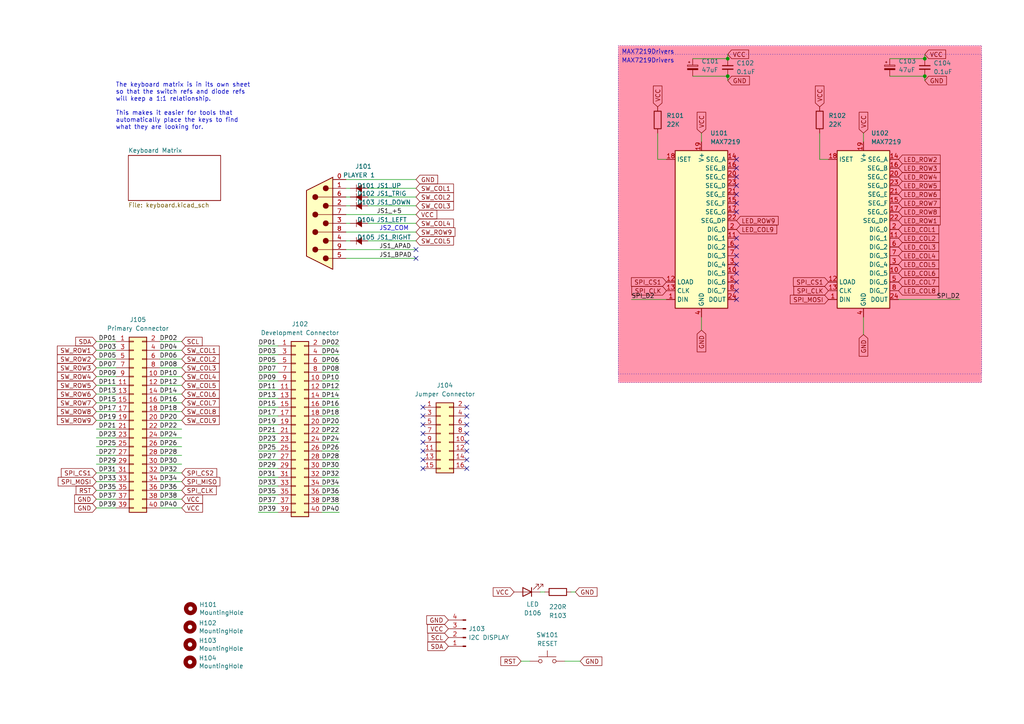
<source format=kicad_sch>
(kicad_sch (version 20230121) (generator eeschema)
  (paper "A4")
  (lib_symbols
    (symbol "Connector:Conn_01x04_Male" (pin_names (offset 1.016) hide)
      (property "Reference" "J" (at 0 5.08 0))
      (property "Value" "Conn_01x04_Male" (at 0 -7.62 0))
      (symbol "Conn_01x04_Male_1_1"
        (polyline (pts (xy 1.27 -5.08) (xy 0.8636 -5.08)) (stroke (width 0.1524)))
        (polyline (pts (xy 1.27 -2.54) (xy 0.8636 -2.54)) (stroke (width 0.1524)))
        (polyline (pts (xy 1.27 0) (xy 0.8636 0)) (stroke (width 0.1524)))
        (polyline (pts (xy 1.27 2.54) (xy 0.8636 2.54)) (stroke (width 0.1524)))
        (rectangle (start 0.8636 -4.953) (end 0 -5.207) (stroke (width 0.1524)) (fill (type outline)))
        (rectangle (start 0.8636 -2.413) (end 0 -2.667) (stroke (width 0.1524)) (fill (type outline)))
        (rectangle (start 0.8636 0.127) (end 0 -0.127) (stroke (width 0.1524)) (fill (type outline)))
        (rectangle (start 0.8636 2.667) (end 0 2.413) (stroke (width 0.1524)) (fill (type outline)))
        (pin passive line (at 5.08 2.54 180) (length 3.81) (name "Pin_1") (number "1"))
        (pin passive line (at 5.08 0 180) (length 3.81) (name "Pin_2") (number "2"))
        (pin passive line (at 5.08 -2.54 180) (length 3.81) (name "Pin_3") (number "3"))
        (pin passive line (at 5.08 -5.08 180) (length 3.81) (name "Pin_4") (number "4"))
      )
    )
    (symbol "Connector_Generic:Conn_02x08_Odd_Even" (pin_names (offset 1.016) hide)
      (property "Reference" "J" (at 1.27 10.16 0))
      (property "Value" "Conn_02x08_Odd_Even" (at 1.27 -12.7 0))
      (symbol "Conn_02x08_Odd_Even_1_1"
        (rectangle (start -1.27 -10.033) (end 0 -10.287) (stroke (width 0.1524)))
        (rectangle (start -1.27 -7.493) (end 0 -7.747) (stroke (width 0.1524)))
        (rectangle (start -1.27 -4.953) (end 0 -5.207) (stroke (width 0.1524)))
        (rectangle (start -1.27 -2.413) (end 0 -2.667) (stroke (width 0.1524)))
        (rectangle (start -1.27 0.127) (end 0 -0.127) (stroke (width 0.1524)))
        (rectangle (start -1.27 2.667) (end 0 2.413) (stroke (width 0.1524)))
        (rectangle (start -1.27 5.207) (end 0 4.953) (stroke (width 0.1524)))
        (rectangle (start -1.27 7.747) (end 0 7.493) (stroke (width 0.1524)))
        (rectangle (start -1.27 8.89) (end 3.81 -11.43) (stroke (width 0.254)) (fill (type background)))
        (rectangle (start 3.81 -10.033) (end 2.54 -10.287) (stroke (width 0.1524)))
        (rectangle (start 3.81 -7.493) (end 2.54 -7.747) (stroke (width 0.1524)))
        (rectangle (start 3.81 -4.953) (end 2.54 -5.207) (stroke (width 0.1524)))
        (rectangle (start 3.81 -2.413) (end 2.54 -2.667) (stroke (width 0.1524)))
        (rectangle (start 3.81 0.127) (end 2.54 -0.127) (stroke (width 0.1524)))
        (rectangle (start 3.81 2.667) (end 2.54 2.413) (stroke (width 0.1524)))
        (rectangle (start 3.81 5.207) (end 2.54 4.953) (stroke (width 0.1524)))
        (rectangle (start 3.81 7.747) (end 2.54 7.493) (stroke (width 0.1524)))
        (pin passive line (at -5.08 7.62 0) (length 3.81) (name "Pin_1") (number "1"))
        (pin passive line (at 7.62 -2.54 180) (length 3.81) (name "Pin_10") (number "10"))
        (pin passive line (at -5.08 -5.08 0) (length 3.81) (name "Pin_11") (number "11"))
        (pin passive line (at 7.62 -5.08 180) (length 3.81) (name "Pin_12") (number "12"))
        (pin passive line (at -5.08 -7.62 0) (length 3.81) (name "Pin_13") (number "13"))
        (pin passive line (at 7.62 -7.62 180) (length 3.81) (name "Pin_14") (number "14"))
        (pin passive line (at -5.08 -10.16 0) (length 3.81) (name "Pin_15") (number "15"))
        (pin passive line (at 7.62 -10.16 180) (length 3.81) (name "Pin_16") (number "16"))
        (pin passive line (at 7.62 7.62 180) (length 3.81) (name "Pin_2") (number "2"))
        (pin passive line (at -5.08 5.08 0) (length 3.81) (name "Pin_3") (number "3"))
        (pin passive line (at 7.62 5.08 180) (length 3.81) (name "Pin_4") (number "4"))
        (pin passive line (at -5.08 2.54 0) (length 3.81) (name "Pin_5") (number "5"))
        (pin passive line (at 7.62 2.54 180) (length 3.81) (name "Pin_6") (number "6"))
        (pin passive line (at -5.08 0 0) (length 3.81) (name "Pin_7") (number "7"))
        (pin passive line (at 7.62 0 180) (length 3.81) (name "Pin_8") (number "8"))
        (pin passive line (at -5.08 -2.54 0) (length 3.81) (name "Pin_9") (number "9"))
      )
    )
    (symbol "Connector_Generic:Conn_02x20_Odd_Even" (pin_names (offset 1.016) hide)
      (property "Reference" "J" (at 1.27 25.4 0))
      (property "Value" "Conn_02x20_Odd_Even" (at 1.27 -27.94 0))
      (symbol "Conn_02x20_Odd_Even_1_1"
        (rectangle (start -1.27 -25.273) (end 0 -25.527) (stroke (width 0.1524)))
        (rectangle (start -1.27 -22.733) (end 0 -22.987) (stroke (width 0.1524)))
        (rectangle (start -1.27 -20.193) (end 0 -20.447) (stroke (width 0.1524)))
        (rectangle (start -1.27 -17.653) (end 0 -17.907) (stroke (width 0.1524)))
        (rectangle (start -1.27 -15.113) (end 0 -15.367) (stroke (width 0.1524)))
        (rectangle (start -1.27 -12.573) (end 0 -12.827) (stroke (width 0.1524)))
        (rectangle (start -1.27 -10.033) (end 0 -10.287) (stroke (width 0.1524)))
        (rectangle (start -1.27 -7.493) (end 0 -7.747) (stroke (width 0.1524)))
        (rectangle (start -1.27 -4.953) (end 0 -5.207) (stroke (width 0.1524)))
        (rectangle (start -1.27 -2.413) (end 0 -2.667) (stroke (width 0.1524)))
        (rectangle (start -1.27 0.127) (end 0 -0.127) (stroke (width 0.1524)))
        (rectangle (start -1.27 2.667) (end 0 2.413) (stroke (width 0.1524)))
        (rectangle (start -1.27 5.207) (end 0 4.953) (stroke (width 0.1524)))
        (rectangle (start -1.27 7.747) (end 0 7.493) (stroke (width 0.1524)))
        (rectangle (start -1.27 10.287) (end 0 10.033) (stroke (width 0.1524)))
        (rectangle (start -1.27 12.827) (end 0 12.573) (stroke (width 0.1524)))
        (rectangle (start -1.27 15.367) (end 0 15.113) (stroke (width 0.1524)))
        (rectangle (start -1.27 17.907) (end 0 17.653) (stroke (width 0.1524)))
        (rectangle (start -1.27 20.447) (end 0 20.193) (stroke (width 0.1524)))
        (rectangle (start -1.27 22.987) (end 0 22.733) (stroke (width 0.1524)))
        (rectangle (start -1.27 24.13) (end 3.81 -26.67) (stroke (width 0.254)) (fill (type background)))
        (rectangle (start 3.81 -25.273) (end 2.54 -25.527) (stroke (width 0.1524)))
        (rectangle (start 3.81 -22.733) (end 2.54 -22.987) (stroke (width 0.1524)))
        (rectangle (start 3.81 -20.193) (end 2.54 -20.447) (stroke (width 0.1524)))
        (rectangle (start 3.81 -17.653) (end 2.54 -17.907) (stroke (width 0.1524)))
        (rectangle (start 3.81 -15.113) (end 2.54 -15.367) (stroke (width 0.1524)))
        (rectangle (start 3.81 -12.573) (end 2.54 -12.827) (stroke (width 0.1524)))
        (rectangle (start 3.81 -10.033) (end 2.54 -10.287) (stroke (width 0.1524)))
        (rectangle (start 3.81 -7.493) (end 2.54 -7.747) (stroke (width 0.1524)))
        (rectangle (start 3.81 -4.953) (end 2.54 -5.207) (stroke (width 0.1524)))
        (rectangle (start 3.81 -2.413) (end 2.54 -2.667) (stroke (width 0.1524)))
        (rectangle (start 3.81 0.127) (end 2.54 -0.127) (stroke (width 0.1524)))
        (rectangle (start 3.81 2.667) (end 2.54 2.413) (stroke (width 0.1524)))
        (rectangle (start 3.81 5.207) (end 2.54 4.953) (stroke (width 0.1524)))
        (rectangle (start 3.81 7.747) (end 2.54 7.493) (stroke (width 0.1524)))
        (rectangle (start 3.81 10.287) (end 2.54 10.033) (stroke (width 0.1524)))
        (rectangle (start 3.81 12.827) (end 2.54 12.573) (stroke (width 0.1524)))
        (rectangle (start 3.81 15.367) (end 2.54 15.113) (stroke (width 0.1524)))
        (rectangle (start 3.81 17.907) (end 2.54 17.653) (stroke (width 0.1524)))
        (rectangle (start 3.81 20.447) (end 2.54 20.193) (stroke (width 0.1524)))
        (rectangle (start 3.81 22.987) (end 2.54 22.733) (stroke (width 0.1524)))
        (pin passive line (at -5.08 22.86 0) (length 3.81) (name "Pin_1") (number "1"))
        (pin passive line (at 7.62 12.7 180) (length 3.81) (name "Pin_10") (number "10"))
        (pin passive line (at -5.08 10.16 0) (length 3.81) (name "Pin_11") (number "11"))
        (pin passive line (at 7.62 10.16 180) (length 3.81) (name "Pin_12") (number "12"))
        (pin passive line (at -5.08 7.62 0) (length 3.81) (name "Pin_13") (number "13"))
        (pin passive line (at 7.62 7.62 180) (length 3.81) (name "Pin_14") (number "14"))
        (pin passive line (at -5.08 5.08 0) (length 3.81) (name "Pin_15") (number "15"))
        (pin passive line (at 7.62 5.08 180) (length 3.81) (name "Pin_16") (number "16"))
        (pin passive line (at -5.08 2.54 0) (length 3.81) (name "Pin_17") (number "17"))
        (pin passive line (at 7.62 2.54 180) (length 3.81) (name "Pin_18") (number "18"))
        (pin passive line (at -5.08 0 0) (length 3.81) (name "Pin_19") (number "19"))
        (pin passive line (at 7.62 22.86 180) (length 3.81) (name "Pin_2") (number "2"))
        (pin passive line (at 7.62 0 180) (length 3.81) (name "Pin_20") (number "20"))
        (pin passive line (at -5.08 -2.54 0) (length 3.81) (name "Pin_21") (number "21"))
        (pin passive line (at 7.62 -2.54 180) (length 3.81) (name "Pin_22") (number "22"))
        (pin passive line (at -5.08 -5.08 0) (length 3.81) (name "Pin_23") (number "23"))
        (pin passive line (at 7.62 -5.08 180) (length 3.81) (name "Pin_24") (number "24"))
        (pin passive line (at -5.08 -7.62 0) (length 3.81) (name "Pin_25") (number "25"))
        (pin passive line (at 7.62 -7.62 180) (length 3.81) (name "Pin_26") (number "26"))
        (pin passive line (at -5.08 -10.16 0) (length 3.81) (name "Pin_27") (number "27"))
        (pin passive line (at 7.62 -10.16 180) (length 3.81) (name "Pin_28") (number "28"))
        (pin passive line (at -5.08 -12.7 0) (length 3.81) (name "Pin_29") (number "29"))
        (pin passive line (at -5.08 20.32 0) (length 3.81) (name "Pin_3") (number "3"))
        (pin passive line (at 7.62 -12.7 180) (length 3.81) (name "Pin_30") (number "30"))
        (pin passive line (at -5.08 -15.24 0) (length 3.81) (name "Pin_31") (number "31"))
        (pin passive line (at 7.62 -15.24 180) (length 3.81) (name "Pin_32") (number "32"))
        (pin passive line (at -5.08 -17.78 0) (length 3.81) (name "Pin_33") (number "33"))
        (pin passive line (at 7.62 -17.78 180) (length 3.81) (name "Pin_34") (number "34"))
        (pin passive line (at -5.08 -20.32 0) (length 3.81) (name "Pin_35") (number "35"))
        (pin passive line (at 7.62 -20.32 180) (length 3.81) (name "Pin_36") (number "36"))
        (pin passive line (at -5.08 -22.86 0) (length 3.81) (name "Pin_37") (number "37"))
        (pin passive line (at 7.62 -22.86 180) (length 3.81) (name "Pin_38") (number "38"))
        (pin passive line (at -5.08 -25.4 0) (length 3.81) (name "Pin_39") (number "39"))
        (pin passive line (at 7.62 20.32 180) (length 3.81) (name "Pin_4") (number "4"))
        (pin passive line (at 7.62 -25.4 180) (length 3.81) (name "Pin_40") (number "40"))
        (pin passive line (at -5.08 17.78 0) (length 3.81) (name "Pin_5") (number "5"))
        (pin passive line (at 7.62 17.78 180) (length 3.81) (name "Pin_6") (number "6"))
        (pin passive line (at -5.08 15.24 0) (length 3.81) (name "Pin_7") (number "7"))
        (pin passive line (at 7.62 15.24 180) (length 3.81) (name "Pin_8") (number "8"))
        (pin passive line (at -5.08 12.7 0) (length 3.81) (name "Pin_9") (number "9"))
      )
    )
    (symbol "Device:C_Polarized_Small" (pin_numbers hide) (pin_names (offset 0.254) hide)
      (property "Reference" "C" (at 0.254 1.778 0))
      (property "Value" "C_Polarized_Small" (at 0.254 -2.032 0))
      (symbol "C_Polarized_Small_0_1"
        (rectangle (start -1.524 -0.3048) (end 1.524 -0.6858) (fill (type outline)))
        (rectangle (start -1.524 0.6858) (end 1.524 0.3048))
        (polyline (pts (xy -1.27 1.524) (xy -0.762 1.524)))
        (polyline (pts (xy -1.016 1.27) (xy -1.016 1.778)))
      )
      (symbol "C_Polarized_Small_1_1"
        (pin passive line (at 0 2.54 270) (length 1.8542) (name "~") (number "1"))
        (pin passive line (at 0 -2.54 90) (length 1.8542) (name "~") (number "2"))
      )
    )
    (symbol "Device:C_Small" (pin_numbers hide) (pin_names (offset 0.254) hide)
      (property "Reference" "C" (at 0.254 1.778 0))
      (property "Value" "C_Small" (at 0.254 -2.032 0))
      (symbol "C_Small_0_1"
        (polyline (pts (xy -1.524 -0.508) (xy 1.524 -0.508)) (stroke (width 0.3302)))
        (polyline (pts (xy -1.524 0.508) (xy 1.524 0.508)) (stroke (width 0.3048)))
      )
      (symbol "C_Small_1_1"
        (pin passive line (at 0 2.54 270) (length 2.032) (name "~") (number "1"))
        (pin passive line (at 0 -2.54 90) (length 2.032) (name "~") (number "2"))
      )
    )
    (symbol "Device:LED" (pin_numbers hide) (pin_names (offset 1.016) hide)
      (property "Reference" "D" (at 0 2.54 0))
      (property "Value" "LED" (at 0 -2.54 0))
      (symbol "LED_0_1"
        (polyline (pts (xy -1.27 -1.27) (xy -1.27 1.27)) (stroke (width 0.254)))
        (polyline (pts (xy -1.27 0) (xy 1.27 0)))
        (polyline (pts (xy 1.27 -1.27) (xy 1.27 1.27) (xy -1.27 0) (xy 1.27 -1.27)) (stroke (width 0.254)))
        (polyline (pts (xy -3.048 -0.762) (xy -4.572 -2.286) (xy -3.81 -2.286) (xy -4.572 -2.286) (xy -4.572 -1.524)))
        (polyline (pts (xy -1.778 -0.762) (xy -3.302 -2.286) (xy -2.54 -2.286) (xy -3.302 -2.286) (xy -3.302 -1.524)))
      )
      (symbol "LED_1_1"
        (pin passive line (at -3.81 0 0) (length 2.54) (name "K") (number "1"))
        (pin passive line (at 3.81 0 180) (length 2.54) (name "A") (number "2"))
      )
    )
    (symbol "Device:R" (pin_numbers hide) (pin_names (offset 0))
      (property "Reference" "R" (at 2.032 0 90))
      (property "Value" "R" (at 0 0 90))
      (symbol "R_0_1"
        (rectangle (start -1.016 -2.54) (end 1.016 2.54) (stroke (width 0.254)))
      )
      (symbol "R_1_1"
        (pin passive line (at 0 3.81 270) (length 1.27) (name "~") (number "1"))
        (pin passive line (at 0 -3.81 90) (length 1.27) (name "~") (number "2"))
      )
    )
    (symbol "Driver_LED:MAX7219"
      (property "Reference" "U" (at -6.35 24.13 0))
      (property "Value" "MAX7219" (at 1.27 25.4 0))
      (symbol "MAX7219_0_1"
        (rectangle (start -7.62 22.86) (end 7.62 -22.86) (stroke (width 0.254)) (fill (type background)))
      )
      (symbol "MAX7219_1_1"
        (pin input line (at -10.16 -20.32 0) (length 2.54) (name "DIN") (number "1"))
        (pin output line (at 10.16 -12.7 180) (length 2.54) (name "DIG_5") (number "10"))
        (pin output line (at 10.16 -2.54 180) (length 2.54) (name "DIG_1") (number "11"))
        (pin input line (at -10.16 -15.24 0) (length 2.54) (name "LOAD") (number "12"))
        (pin input line (at -10.16 -17.78 0) (length 2.54) (name "CLK") (number "13"))
        (pin output line (at 10.16 20.32 180) (length 2.54) (name "SEG_A") (number "14"))
        (pin output line (at 10.16 7.62 180) (length 2.54) (name "SEG_F") (number "15"))
        (pin output line (at 10.16 17.78 180) (length 2.54) (name "SEG_B") (number "16"))
        (pin output line (at 10.16 5.08 180) (length 2.54) (name "SEG_G") (number "17"))
        (pin input line (at -10.16 20.32 0) (length 2.54) (name "ISET") (number "18"))
        (pin power_in line (at 0 25.4 270) (length 2.54) (name "V+") (number "19"))
        (pin output line (at 10.16 0 180) (length 2.54) (name "DIG_0") (number "2"))
        (pin output line (at 10.16 15.24 180) (length 2.54) (name "SEG_C") (number "20"))
        (pin output line (at 10.16 10.16 180) (length 2.54) (name "SEG_E") (number "21"))
        (pin output line (at 10.16 2.54 180) (length 2.54) (name "SEG_DP") (number "22"))
        (pin output line (at 10.16 12.7 180) (length 2.54) (name "SEG_D") (number "23"))
        (pin output line (at 10.16 -20.32 180) (length 2.54) (name "DOUT") (number "24"))
        (pin output line (at 10.16 -10.16 180) (length 2.54) (name "DIG_4") (number "3"))
        (pin power_in line (at 0 -25.4 90) (length 2.54) (name "GND") (number "4"))
        (pin output line (at 10.16 -15.24 180) (length 2.54) (name "DIG_6") (number "5"))
        (pin output line (at 10.16 -5.08 180) (length 2.54) (name "DIG_2") (number "6"))
        (pin output line (at 10.16 -7.62 180) (length 2.54) (name "DIG_3") (number "7"))
        (pin output line (at 10.16 -17.78 180) (length 2.54) (name "DIG_7") (number "8"))
        (pin passive line (at 0 -25.4 90) (length 2.54) hide (name "GND") (number "9"))
      )
    )
    (symbol "Mechanical:MountingHole" (pin_names (offset 1.016))
      (property "Reference" "H" (at 0 5.08 0))
      (property "Value" "MountingHole" (at 0 3.175 0))
      (symbol "MountingHole_0_1"
        (circle (center 0 0) (radius 1.27) (stroke (width 1.27)))
      )
    )
    (symbol "Switch:SW_Push" (pin_numbers hide) (pin_names (offset 1.016) hide)
      (property "Reference" "SW" (at 1.27 2.54 0))
      (property "Value" "SW_Push" (at 0 -1.524 0))
      (symbol "SW_Push_0_1"
        (circle (center -2.032 0) (radius 0.508))
        (polyline (pts (xy 0 1.27) (xy 0 3.048)))
        (polyline (pts (xy 2.54 1.27) (xy -2.54 1.27)))
        (circle (center 2.032 0) (radius 0.508))
        (pin passive line (at -5.08 0 0) (length 2.54) (name "1") (number "1"))
        (pin passive line (at 5.08 0 180) (length 2.54) (name "2") (number "2"))
      )
    )
    (symbol "atari-keyboard-rescue:D_Small_ALT-Device" (pin_numbers hide) (pin_names (offset 0.254) hide)
      (property "Reference" "D" (at -1.27 2.032 0))
      (property "Value" "D_Small_ALT-Device" (at -3.81 -2.032 0))
      (symbol "D_Small_ALT-Device_0_1"
        (polyline (pts (xy -0.762 -1.016) (xy -0.762 1.016)))
        (polyline (pts (xy -0.762 0) (xy 0.762 0)))
        (polyline (pts (xy 0.762 -1.016) (xy -0.762 0) (xy 0.762 1.016) (xy 0.762 -1.016)) (fill (type outline)))
      )
      (symbol "D_Small_ALT-Device_1_1"
        (pin passive line (at -2.54 0 0) (length 1.778) (name "K") (number "1"))
        (pin passive line (at 2.54 0 180) (length 1.778) (name "A") (number "2"))
      )
    )
    (symbol "jsconnector:DB9_Male" (pin_names (offset 1.016) hide)
      (property "Reference" "J" (at 0 13.97 0))
      (property "Value" "DB9_Male" (at 0 -14.605 0))
      (symbol "DB9_Male_0_1"
        (circle (center -1.778 -10.16) (radius 0.762) (fill (type outline)))
        (circle (center -1.778 -5.08) (radius 0.762) (fill (type outline)))
        (circle (center -1.778 0) (radius 0.762) (fill (type outline)))
        (circle (center -1.778 5.08) (radius 0.762) (fill (type outline)))
        (circle (center -1.778 10.16) (radius 0.762) (fill (type outline)))
        (polyline (pts (xy -3.81 -10.16) (xy -2.54 -10.16)))
        (polyline (pts (xy -3.81 -7.62) (xy 0.508 -7.62)))
        (polyline (pts (xy -3.81 -5.08) (xy -2.54 -5.08)))
        (polyline (pts (xy -3.81 -2.54) (xy 0.508 -2.54)))
        (polyline (pts (xy -3.81 0) (xy -2.54 0)))
        (polyline (pts (xy -3.81 2.54) (xy 0.508 2.54)))
        (polyline (pts (xy -3.81 5.08) (xy -2.54 5.08)))
        (polyline (pts (xy -3.81 7.62) (xy 0.508 7.62)))
        (polyline (pts (xy -3.81 10.16) (xy -2.54 10.16)))
        (polyline (pts (xy -3.81 -13.335) (xy -3.81 13.335) (xy 3.81 9.525) (xy 3.81 -9.525) (xy -3.81 -13.335)) (stroke (width 0.254)) (fill (type background)))
        (circle (center 1.27 -7.62) (radius 0.762) (fill (type outline)))
        (circle (center 1.27 -2.54) (radius 0.762) (fill (type outline)))
        (circle (center 1.27 2.54) (radius 0.762) (fill (type outline)))
        (circle (center 1.27 7.62) (radius 0.762) (fill (type outline)))
      )
      (symbol "DB9_Male_1_1"
        (pin passive line (at -7.62 -12.7 0) (length 3.81) (name "GND") (number "0"))
        (pin passive line (at -7.62 -10.16 0) (length 3.81) (name "1") (number "1"))
        (pin passive line (at -7.62 -5.08 0) (length 3.81) (name "2") (number "2"))
        (pin passive line (at -7.62 0 0) (length 3.81) (name "3") (number "3"))
        (pin passive line (at -7.62 5.08 0) (length 3.81) (name "4") (number "4"))
        (pin passive line (at -7.62 10.16 0) (length 3.81) (name "5") (number "5"))
        (pin passive line (at -7.62 -7.62 0) (length 3.81) (name "6") (number "6"))
        (pin passive line (at -7.62 -2.54 0) (length 3.81) (name "7") (number "7"))
        (pin passive line (at -7.62 2.54 0) (length 3.81) (name "8") (number "8"))
        (pin passive line (at -7.62 7.62 0) (length 3.81) (name "9") (number "9"))
      )
    )
  )
  (junction (at 268.224 22.098))
  (junction (at 211.074 22.098))
  (junction (at 211.074 17.018))
  (junction (at 268.224 17.018))
  (no_connect (at 122.682 128.27))
  (no_connect (at 135.382 135.89))
  (no_connect (at 213.614 74.168))
  (no_connect (at 122.682 133.35))
  (no_connect (at 213.614 86.868))
  (no_connect (at 120.65 74.93))
  (no_connect (at 122.682 123.19))
  (no_connect (at 120.65 72.39))
  (no_connect (at 135.382 120.65))
  (no_connect (at 213.614 69.088))
  (no_connect (at 213.614 53.848))
  (no_connect (at 122.682 135.89))
  (no_connect (at 213.614 79.248))
  (no_connect (at 213.614 56.388))
  (no_connect (at 135.382 125.73))
  (no_connect (at 135.382 133.35))
  (no_connect (at 135.382 130.81))
  (no_connect (at 213.614 81.788))
  (no_connect (at 122.682 120.65))
  (no_connect (at 213.614 46.228))
  (no_connect (at 135.382 128.27))
  (no_connect (at 213.614 51.308))
  (no_connect (at 135.382 118.11))
  (no_connect (at 213.614 48.768))
  (no_connect (at 122.682 125.73))
  (no_connect (at 213.614 61.468))
  (no_connect (at 213.614 58.928))
  (no_connect (at 213.614 71.628))
  (no_connect (at 213.614 84.328))
  (no_connect (at 213.614 76.708))
  (no_connect (at 122.682 118.11))
  (no_connect (at 135.382 123.19))
  (no_connect (at 122.682 130.81))
  (wire (pts (xy 100.33 57.15) (xy 101.6 57.15)))
  (wire (pts (xy 46.355 116.84) (xy 52.705 116.84)))
  (wire (pts (xy 93.345 123.19) (xy 98.425 123.19)))
  (wire (pts (xy 93.345 125.73) (xy 98.425 125.73)))
  (wire (pts (xy 93.345 148.59) (xy 98.425 148.59)))
  (wire (pts (xy 93.345 120.65) (xy 98.425 120.65)))
  (wire (pts (xy 27.94 104.14) (xy 33.655 104.14)))
  (wire (pts (xy 46.355 132.08) (xy 52.705 132.08)))
  (wire (pts (xy 93.345 110.49) (xy 98.425 110.49)))
  (wire (pts (xy 237.744 38.608) (xy 237.744 46.228)))
  (wire (pts (xy 93.345 133.35) (xy 98.425 133.35)))
  (wire (pts (xy 250.444 91.948) (xy 250.444 97.028)))
  (wire (pts (xy 93.345 105.41) (xy 98.425 105.41)))
  (wire (pts (xy 93.345 102.87) (xy 98.425 102.87)))
  (wire (pts (xy 74.93 123.19) (xy 80.645 123.19)))
  (wire (pts (xy 211.074 22.098) (xy 211.074 23.368)))
  (wire (pts (xy 74.93 133.35) (xy 80.645 133.35)))
  (wire (pts (xy 106.68 54.61) (xy 120.65 54.61)))
  (wire (pts (xy 240.284 46.228) (xy 237.744 46.228)))
  (wire (pts (xy 74.93 140.97) (xy 80.645 140.97)))
  (wire (pts (xy 74.93 105.41) (xy 80.645 105.41)))
  (wire (pts (xy 27.94 124.46) (xy 33.655 124.46)))
  (wire (pts (xy 93.345 143.51) (xy 98.425 143.51)))
  (wire (pts (xy 93.345 128.27) (xy 98.425 128.27)))
  (wire (pts (xy 106.68 57.15) (xy 120.65 57.15)))
  (wire (pts (xy 46.355 144.78) (xy 52.705 144.78)))
  (wire (pts (xy 156.718 171.704) (xy 157.988 171.704)))
  (wire (pts (xy 203.454 91.948) (xy 203.454 95.758)))
  (wire (pts (xy 46.355 99.06) (xy 52.705 99.06)))
  (wire (pts (xy 268.224 22.098) (xy 268.224 23.368)))
  (wire (pts (xy 27.94 137.16) (xy 33.655 137.16)))
  (wire (pts (xy 100.33 74.93) (xy 120.65 74.93)))
  (wire (pts (xy 27.94 139.7) (xy 33.655 139.7)))
  (wire (pts (xy 74.93 146.05) (xy 80.645 146.05)))
  (wire (pts (xy 46.355 139.7) (xy 52.705 139.7)))
  (wire (pts (xy 268.224 15.748) (xy 268.224 17.018)))
  (wire (pts (xy 46.355 147.32) (xy 52.705 147.32)))
  (wire (pts (xy 74.93 120.65) (xy 80.645 120.65)))
  (wire (pts (xy 46.355 101.6) (xy 52.705 101.6)))
  (wire (pts (xy 258.064 17.018) (xy 268.224 17.018)))
  (wire (pts (xy 27.94 121.92) (xy 33.655 121.92)))
  (wire (pts (xy 46.355 104.14) (xy 52.705 104.14)))
  (wire (pts (xy 93.345 146.05) (xy 98.425 146.05)))
  (wire (pts (xy 93.345 140.97) (xy 98.425 140.97)))
  (wire (pts (xy 190.754 38.608) (xy 190.754 46.228)))
  (wire (pts (xy 100.33 67.31) (xy 120.65 67.31)))
  (wire (pts (xy 27.94 147.32) (xy 33.655 147.32)))
  (wire (pts (xy 27.94 127) (xy 33.655 127)))
  (wire (pts (xy 93.345 135.89) (xy 98.425 135.89)))
  (wire (pts (xy 74.93 138.43) (xy 80.645 138.43)))
  (wire (pts (xy 106.68 64.77) (xy 120.65 64.77)))
  (wire (pts (xy 93.345 130.81) (xy 98.425 130.81)))
  (wire (pts (xy 27.94 114.3) (xy 33.655 114.3)))
  (wire (pts (xy 74.93 100.33) (xy 80.645 100.33)))
  (wire (pts (xy 260.604 86.868) (xy 278.384 86.868)))
  (wire (pts (xy 46.355 119.38) (xy 52.705 119.38)))
  (wire (pts (xy 74.93 113.03) (xy 80.645 113.03)))
  (wire (pts (xy 151.13 191.77) (xy 153.67 191.77)))
  (wire (pts (xy 27.94 129.54) (xy 33.655 129.54)))
  (wire (pts (xy 46.355 134.62) (xy 52.705 134.62)))
  (wire (pts (xy 46.355 111.76) (xy 52.705 111.76)))
  (wire (pts (xy 46.355 129.54) (xy 52.705 129.54)))
  (wire (pts (xy 100.33 59.69) (xy 101.6 59.69)))
  (wire (pts (xy 93.345 100.33) (xy 98.425 100.33)))
  (wire (pts (xy 46.355 142.24) (xy 52.705 142.24)))
  (wire (pts (xy 74.93 102.87) (xy 80.645 102.87)))
  (wire (pts (xy 74.93 118.11) (xy 80.645 118.11)))
  (wire (pts (xy 200.914 22.098) (xy 211.074 22.098)))
  (wire (pts (xy 106.68 59.69) (xy 120.65 59.69)))
  (wire (pts (xy 27.94 109.22) (xy 33.655 109.22)))
  (wire (pts (xy 74.93 135.89) (xy 80.645 135.89)))
  (wire (pts (xy 163.83 191.77) (xy 168.275 191.77)))
  (wire (pts (xy 46.355 114.3) (xy 52.705 114.3)))
  (wire (pts (xy 27.94 101.6) (xy 33.655 101.6)))
  (wire (pts (xy 74.93 115.57) (xy 80.645 115.57)))
  (wire (pts (xy 46.355 124.46) (xy 52.705 124.46)))
  (wire (pts (xy 100.33 54.61) (xy 101.6 54.61)))
  (wire (pts (xy 258.064 22.098) (xy 268.224 22.098)))
  (wire (pts (xy 100.33 72.39) (xy 120.65 72.39)))
  (wire (pts (xy 27.94 116.84) (xy 33.655 116.84)))
  (wire (pts (xy 93.345 118.11) (xy 98.425 118.11)))
  (wire (pts (xy 46.355 109.22) (xy 52.705 109.22)))
  (wire (pts (xy 27.94 106.68) (xy 33.655 106.68)))
  (wire (pts (xy 100.33 52.07) (xy 120.65 52.07)))
  (wire (pts (xy 27.94 119.38) (xy 33.655 119.38)))
  (wire (pts (xy 200.914 17.018) (xy 211.074 17.018)))
  (wire (pts (xy 46.355 121.92) (xy 52.705 121.92)))
  (wire (pts (xy 211.074 15.748) (xy 211.074 17.018)))
  (wire (pts (xy 74.93 143.51) (xy 80.645 143.51)))
  (wire (pts (xy 74.93 128.27) (xy 80.645 128.27)))
  (wire (pts (xy 74.93 148.59) (xy 80.645 148.59)))
  (wire (pts (xy 74.93 125.73) (xy 80.645 125.73)))
  (wire (pts (xy 100.33 62.23) (xy 120.65 62.23)))
  (wire (pts (xy 27.94 134.62) (xy 33.655 134.62)))
  (wire (pts (xy 250.444 38.608) (xy 250.444 41.148)))
  (wire (pts (xy 93.345 115.57) (xy 98.425 115.57)))
  (wire (pts (xy 27.94 142.24) (xy 33.655 142.24)))
  (wire (pts (xy 93.345 138.43) (xy 98.425 138.43)))
  (wire (pts (xy 100.33 69.85) (xy 101.6 69.85)))
  (wire (pts (xy 106.68 69.85) (xy 120.65 69.85)))
  (wire (pts (xy 100.33 64.77) (xy 101.6 64.77)))
  (wire (pts (xy 27.94 111.76) (xy 33.655 111.76)))
  (wire (pts (xy 203.454 38.608) (xy 203.454 41.148)))
  (wire (pts (xy 74.93 107.95) (xy 80.645 107.95)))
  (wire (pts (xy 27.94 132.08) (xy 33.655 132.08)))
  (wire (pts (xy 93.345 107.95) (xy 98.425 107.95)))
  (wire (pts (xy 46.355 127) (xy 52.705 127)))
  (wire (pts (xy 46.355 106.68) (xy 52.705 106.68)))
  (wire (pts (xy 183.134 86.868) (xy 193.294 86.868)))
  (wire (pts (xy 27.94 99.06) (xy 33.655 99.06)))
  (wire (pts (xy 193.294 46.228) (xy 190.754 46.228)))
  (wire (pts (xy 74.93 130.81) (xy 80.645 130.81)))
  (wire (pts (xy 46.355 137.16) (xy 52.705 137.16)))
  (wire (pts (xy 93.345 113.03) (xy 98.425 113.03)))
  (wire (pts (xy 27.94 144.78) (xy 33.655 144.78)))
  (wire (pts (xy 74.93 110.49) (xy 80.645 110.49)))
  (wire (pts (xy 165.608 171.704) (xy 166.878 171.704)))
  (text_box "MAX7219Drivers" (at 179.324 13.208 0) (size 105.41 95.25) (stroke (width 0) (type dot)) (fill (type color) (color 255 149 172 1)) (effects (font (size 1.27 1.27)) (justify left top)))
  (text_box "MAX7219Drivers" (at 179.324 15.748 0) (size 105.41 95.25) (stroke (width 0) (type dot)) (fill (type color) (color 255 149 172 1)) (effects (font (size 1.27 1.27)) (justify left top)))
  (text "JS2_COM" (at 109.982 67.056 0) (effects (font (size 1.27 1.27)) (justify left bottom)))
  (text "The keyboard matrix is in its own sheet\nso that the switch refs and diode refs\nwill keep a 1:1 relationship.\n\nThis makes it easier for tools that\nautomatically place the keys to find \nwhat they are looking for." (at 33.528 37.719 0) (effects (font (size 1.27 1.27)) (justify left bottom)))
  (label "DP29" (at 28.575 134.62 0))
  (label "JS1_APAD" (at 109.982 72.39 0))
  (label "DP24" (at 51.435 127 180))
  (label "DP27" (at 28.575 132.08 0))
  (label "DP37" (at 28.575 144.78 0))
  (label "DP02" (at 98.425 100.33 180))
  (label "DP04" (at 51.435 101.6 180))
  (label "DP33" (at 28.575 139.7 0))
  (label "DP16" (at 98.425 118.11 180))
  (label "DP08" (at 51.435 106.68 180))
  (label "DP13" (at 28.575 114.3 0))
  (label "DP35" (at 74.93 143.51 0))
  (label "DP07" (at 28.575 106.68 0))
  (label "DP25" (at 28.575 129.54 0))
  (label "DP31" (at 74.93 138.43 0))
  (label "DP09" (at 28.575 109.22 0))
  (label "DP18" (at 98.425 120.65 180))
  (label "DP29" (at 74.93 135.89 0))
  (label "DP12" (at 51.435 111.76 180))
  (label "DP02" (at 51.435 99.06 180))
  (label "DP06" (at 51.435 104.14 180))
  (label "DP11" (at 74.93 113.03 0))
  (label "DP15" (at 28.575 116.84 0))
  (label "DP12" (at 98.425 113.03 180))
  (label "DP37" (at 74.93 146.05 0))
  (label "DP14" (at 51.435 114.3 180))
  (label "DP26" (at 51.435 129.54 180))
  (label "DP38" (at 98.425 146.05 180))
  (label "DP24" (at 98.425 128.27 180))
  (label "DP26" (at 98.425 130.81 180))
  (label "DP27" (at 74.93 133.35 0))
  (label "DP07" (at 74.93 107.95 0))
  (label "DP18" (at 51.435 119.38 180))
  (label "DP22" (at 98.425 125.73 180))
  (label "DP03" (at 28.575 101.6 0))
  (label "DP10" (at 51.435 109.22 180))
  (label "DP30" (at 51.435 134.62 180))
  (label "DP04" (at 98.425 102.87 180))
  (label "DP09" (at 74.93 110.49 0))
  (label "DP39" (at 74.93 148.59 0))
  (label "DP34" (at 98.425 140.97 180))
  (label "DP16" (at 51.435 116.84 180))
  (label "DP20" (at 51.435 121.92 180))
  (label "DP21" (at 74.93 125.73 0))
  (label "DP17" (at 74.93 120.65 0))
  (label "DP39" (at 28.575 147.32 0))
  (label "DP08" (at 98.425 107.95 180))
  (label "DP19" (at 74.93 123.19 0))
  (label "DP23" (at 74.93 128.27 0))
  (label "DP35" (at 28.575 142.24 0))
  (label "DP22" (at 51.435 124.46 180))
  (label "DP20" (at 98.425 123.19 180))
  (label "DP32" (at 98.425 138.43 180))
  (label "DP01" (at 74.93 100.33 0))
  (label "DP17" (at 28.575 119.38 0))
  (label "DP13" (at 74.93 115.57 0))
  (label "DP30" (at 98.425 135.89 180))
  (label "DP40" (at 98.425 148.59 180))
  (label "SPI_D2" (at 183.134 86.868 0))
  (label "DP05" (at 74.93 105.41 0))
  (label "DP38" (at 51.435 144.78 180))
  (label "DP36" (at 98.425 143.51 180))
  (label "DP34" (at 51.435 139.7 180))
  (label "DP15" (at 74.93 118.11 0))
  (label "DP23" (at 28.575 127 0))
  (label "DP25" (at 74.93 130.81 0))
  (label "DP28" (at 98.425 133.35 180))
  (label "DP14" (at 98.425 115.57 180))
  (label "DP32" (at 51.435 137.16 180))
  (label "DP21" (at 28.575 124.46 0))
  (label "DP28" (at 51.435 132.08 180))
  (label "DP19" (at 28.575 121.92 0))
  (label "DP11" (at 28.575 111.76 0))
  (label "DP36" (at 51.435 142.24 180))
  (label "DP31" (at 28.575 137.16 0))
  (label "SPI_D2" (at 278.384 86.868 180))
  (label "DP05" (at 28.575 104.14 0))
  (label "JS1_+5" (at 109.22 62.23 0))
  (label "DP01" (at 28.575 99.06 0))
  (label "JS1_BPAD" (at 109.982 74.93 0))
  (label "DP06" (at 98.425 105.41 180))
  (label "DP40" (at 51.435 147.32 180))
  (label "DP10" (at 98.425 110.49 180))
  (label "DP33" (at 74.93 140.97 0))
  (label "DP03" (at 74.93 102.87 0))
  (global_label "SW_ROW5" (shape input) (at 27.94 111.76 180) (property "Intersheetrefs" "${INTERSHEET_REFS}" (effects hide)))
  (global_label "LED_COL4" (shape input) (at 260.604 74.168 0) (property "Intersheetrefs" "${INTERSHEET_REFS}" (effects hide)))
  (global_label "SW_ROW8" (shape input) (at 27.94 119.38 180) (property "Intersheetrefs" "${INTERSHEET_REFS}" (effects hide)))
  (global_label "LED_ROW3" (shape input) (at 260.604 48.768 0) (property "Intersheetrefs" "${INTERSHEET_REFS}" (effects hide)))
  (global_label "SPI_CLK" (shape input) (at 240.284 84.328 180) (property "Intersheetrefs" "${INTERSHEET_REFS}" (effects hide)))
  (global_label "LED_ROW6" (shape input) (at 260.604 56.388 0) (property "Intersheetrefs" "${INTERSHEET_REFS}" (effects hide)))
  (global_label "SPI_CS1" (shape input) (at 193.294 81.788 180) (property "Intersheetrefs" "${INTERSHEET_REFS}" (effects hide)))
  (global_label "GND" (shape input) (at 268.224 23.368 0) (property "Intersheetrefs" "${INTERSHEET_REFS}" (effects hide)))
  (global_label "VCC" (shape input) (at 120.65 62.23 0) (property "Intersheetrefs" "${INTERSHEET_REFS}" (effects hide)))
  (global_label "GND" (shape input) (at 27.94 144.78 180) (property "Intersheetrefs" "${INTERSHEET_REFS}" (effects hide)))
  (global_label "SW_ROW7" (shape input) (at 27.94 116.84 180) (property "Intersheetrefs" "${INTERSHEET_REFS}" (effects hide)))
  (global_label "GND" (shape input) (at 130.048 179.832 180) (property "Intersheetrefs" "${INTERSHEET_REFS}" (effects hide)))
  (global_label "SPI_CS1" (shape input) (at 27.94 137.16 180) (property "Intersheetrefs" "${INTERSHEET_REFS}" (effects hide)))
  (global_label "LED_ROW9" (shape input) (at 213.614 64.008 0) (property "Intersheetrefs" "${INTERSHEET_REFS}" (effects hide)))
  (global_label "VCC" (shape input) (at 52.705 144.78 0) (property "Intersheetrefs" "${INTERSHEET_REFS}" (effects hide)))
  (global_label "VCC" (shape input) (at 268.224 15.748 0) (property "Intersheetrefs" "${INTERSHEET_REFS}" (effects hide)))
  (global_label "VCC" (shape input) (at 211.074 15.748 0) (property "Intersheetrefs" "${INTERSHEET_REFS}" (effects hide)))
  (global_label "SW_COL1" (shape input) (at 120.65 54.61 0) (property "Intersheetrefs" "${INTERSHEET_REFS}" (effects hide)))
  (global_label "SCL" (shape input) (at 130.048 184.912 180) (property "Intersheetrefs" "${INTERSHEET_REFS}" (effects hide)))
  (global_label "SW_COL9" (shape input) (at 52.705 121.92 0) (property "Intersheetrefs" "${INTERSHEET_REFS}" (effects hide)))
  (global_label "SPI_CLK" (shape input) (at 193.294 84.328 180) (property "Intersheetrefs" "${INTERSHEET_REFS}" (effects hide)))
  (global_label "VCC" (shape input) (at 52.705 147.32 0) (property "Intersheetrefs" "${INTERSHEET_REFS}" (effects hide)))
  (global_label "SPI_MOSI" (shape input) (at 27.94 139.7 180) (property "Intersheetrefs" "${INTERSHEET_REFS}" (effects hide)))
  (global_label "SW_ROW1" (shape input) (at 27.94 101.6 180) (property "Intersheetrefs" "${INTERSHEET_REFS}" (effects hide)))
  (global_label "LED_COL1" (shape input) (at 260.604 66.548 0) (property "Intersheetrefs" "${INTERSHEET_REFS}" (effects hide)))
  (global_label "SPI_MISO" (shape input) (at 52.705 139.7 0) (property "Intersheetrefs" "${INTERSHEET_REFS}" (effects hide)))
  (global_label "SW_ROW6" (shape input) (at 27.94 114.3 180) (property "Intersheetrefs" "${INTERSHEET_REFS}" (effects hide)))
  (global_label "SW_COL4" (shape input) (at 52.705 109.22 0) (property "Intersheetrefs" "${INTERSHEET_REFS}" (effects hide)))
  (global_label "SW_ROW4" (shape input) (at 27.94 109.22 180) (property "Intersheetrefs" "${INTERSHEET_REFS}" (effects hide)))
  (global_label "SW_ROW9" (shape input) (at 27.94 121.92 180) (property "Intersheetrefs" "${INTERSHEET_REFS}" (effects hide)))
  (global_label "LED_ROW1" (shape input) (at 260.604 64.008 0) (property "Intersheetrefs" "${INTERSHEET_REFS}" (effects hide)))
  (global_label "LED_COL6" (shape input) (at 260.604 79.248 0) (property "Intersheetrefs" "${INTERSHEET_REFS}" (effects hide)))
  (global_label "SDA" (shape input) (at 27.94 99.06 180) (property "Intersheetrefs" "${INTERSHEET_REFS}" (effects hide)))
  (global_label "LED_COL8" (shape input) (at 260.604 84.328 0) (property "Intersheetrefs" "${INTERSHEET_REFS}" (effects hide)))
  (global_label "SW_COL6" (shape input) (at 52.705 114.3 0) (property "Intersheetrefs" "${INTERSHEET_REFS}" (effects hide)))
  (global_label "LED_COL7" (shape input) (at 260.604 81.788 0) (property "Intersheetrefs" "${INTERSHEET_REFS}" (effects hide)))
  (global_label "SPI_CS2" (shape input) (at 52.705 137.16 0) (property "Intersheetrefs" "${INTERSHEET_REFS}" (effects hide)))
  (global_label "SPI_CS1" (shape input) (at 240.284 81.788 180) (property "Intersheetrefs" "${INTERSHEET_REFS}" (effects hide)))
  (global_label "GND" (shape input) (at 120.65 52.07 0) (property "Intersheetrefs" "${INTERSHEET_REFS}" (effects hide)))
  (global_label "LED_COL2" (shape input) (at 260.604 69.088 0) (property "Intersheetrefs" "${INTERSHEET_REFS}" (effects hide)))
  (global_label "LED_COL9" (shape input) (at 213.614 66.548 0) (property "Intersheetrefs" "${INTERSHEET_REFS}" (effects hide)))
  (global_label "VCC" (shape input) (at 237.744 30.988 90) (property "Intersheetrefs" "${INTERSHEET_REFS}" (effects hide)))
  (global_label "SCL" (shape input) (at 52.705 99.06 0) (property "Intersheetrefs" "${INTERSHEET_REFS}" (effects hide)))
  (global_label "SW_COL2" (shape input) (at 120.65 57.15 0) (property "Intersheetrefs" "${INTERSHEET_REFS}" (effects hide)))
  (global_label "SW_ROW9" (shape input) (at 120.65 67.31 0) (property "Intersheetrefs" "${INTERSHEET_REFS}" (effects hide)))
  (global_label "SW_COL7" (shape input) (at 52.705 116.84 0) (property "Intersheetrefs" "${INTERSHEET_REFS}" (effects hide)))
  (global_label "VCC" (shape input) (at 203.454 38.608 90) (property "Intersheetrefs" "${INTERSHEET_REFS}" (effects hide)))
  (global_label "SW_COL3" (shape input) (at 120.65 59.69 0) (property "Intersheetrefs" "${INTERSHEET_REFS}" (effects hide)))
  (global_label "LED_COL5" (shape input) (at 260.604 76.708 0) (property "Intersheetrefs" "${INTERSHEET_REFS}" (effects hide)))
  (global_label "SW_COL2" (shape input) (at 52.705 104.14 0) (property "Intersheetrefs" "${INTERSHEET_REFS}" (effects hide)))
  (global_label "SW_ROW3" (shape input) (at 27.94 106.68 180) (property "Intersheetrefs" "${INTERSHEET_REFS}" (effects hide)))
  (global_label "VCC" (shape input) (at 130.048 182.372 180) (property "Intersheetrefs" "${INTERSHEET_REFS}" (effects hide)))
  (global_label "LED_ROW8" (shape input) (at 260.604 61.468 0) (property "Intersheetrefs" "${INTERSHEET_REFS}" (effects hide)))
  (global_label "LED_ROW5" (shape input) (at 260.604 53.848 0) (property "Intersheetrefs" "${INTERSHEET_REFS}" (effects hide)))
  (global_label "VCC" (shape input) (at 250.444 38.608 90) (property "Intersheetrefs" "${INTERSHEET_REFS}" (effects hide)))
  (global_label "RST" (shape input) (at 151.13 191.77 180) (property "Intersheetrefs" "${INTERSHEET_REFS}" (effects hide)))
  (global_label "SW_ROW2" (shape input) (at 27.94 104.14 180) (property "Intersheetrefs" "${INTERSHEET_REFS}" (effects hide)))
  (global_label "VCC" (shape input) (at 149.098 171.704 180) (property "Intersheetrefs" "${INTERSHEET_REFS}" (effects hide)))
  (global_label "SW_COL3" (shape input) (at 52.705 106.68 0) (property "Intersheetrefs" "${INTERSHEET_REFS}" (effects hide)))
  (global_label "SW_COL1" (shape input) (at 52.705 101.6 0) (property "Intersheetrefs" "${INTERSHEET_REFS}" (effects hide)))
  (global_label "VCC" (shape input) (at 190.754 30.988 90) (property "Intersheetrefs" "${INTERSHEET_REFS}" (effects hide)))
  (global_label "SPI_CLK" (shape input) (at 52.705 142.24 0) (property "Intersheetrefs" "${INTERSHEET_REFS}" (effects hide)))
  (global_label "GND" (shape input) (at 27.94 147.32 180) (property "Intersheetrefs" "${INTERSHEET_REFS}" (effects hide)))
  (global_label "SDA" (shape input) (at 130.048 187.452 180) (property "Intersheetrefs" "${INTERSHEET_REFS}" (effects hide)))
  (global_label "SW_COL5" (shape input) (at 120.65 69.85 0) (property "Intersheetrefs" "${INTERSHEET_REFS}" (effects hide)))
  (global_label "LED_ROW7" (shape input) (at 260.604 58.928 0) (property "Intersheetrefs" "${INTERSHEET_REFS}" (effects hide)))
  (global_label "LED_ROW2" (shape input) (at 260.604 46.228 0) (property "Intersheetrefs" "${INTERSHEET_REFS}" (effects hide)))
  (global_label "SW_COL4" (shape input) (at 120.65 64.77 0) (property "Intersheetrefs" "${INTERSHEET_REFS}" (effects hide)))
  (global_label "LED_COL3" (shape input) (at 260.604 71.628 0) (property "Intersheetrefs" "${INTERSHEET_REFS}" (effects hide)))
  (global_label "GND" (shape input) (at 203.454 95.758 270) (property "Intersheetrefs" "${INTERSHEET_REFS}" (effects hide)))
  (global_label "LED_ROW4" (shape input) (at 260.604 51.308 0) (property "Intersheetrefs" "${INTERSHEET_REFS}" (effects hide)))
  (global_label "GND" (shape input) (at 211.074 23.368 0) (property "Intersheetrefs" "${INTERSHEET_REFS}" (effects hide)))
  (global_label "GND" (shape input) (at 168.275 191.77 0) (property "Intersheetrefs" "${INTERSHEET_REFS}" (effects hide)))
  (global_label "GND" (shape input) (at 250.444 97.028 270) (property "Intersheetrefs" "${INTERSHEET_REFS}" (effects hide)))
  (global_label "SW_COL5" (shape input) (at 52.705 111.76 0) (property "Intersheetrefs" "${INTERSHEET_REFS}" (effects hide)))
  (global_label "GND" (shape input) (at 166.878 171.704 0) (property "Intersheetrefs" "${INTERSHEET_REFS}" (effects hide)))
  (global_label "SPI_MOSI" (shape input) (at 240.284 86.868 180) (property "Intersheetrefs" "${INTERSHEET_REFS}" (effects hide)))
  (global_label "RST" (shape input) (at 27.94 142.24 180) (property "Intersheetrefs" "${INTERSHEET_REFS}" (effects hide)))
  (global_label "SW_COL8" (shape input) (at 52.705 119.38 0) (property "Intersheetrefs" "${INTERSHEET_REFS}" (effects hide)))
  (symbol (lib_id "Mechanical:MountingHole") (at 55.245 176.53 0) (unit 1)
    (property "Reference" "H101" (at 57.785 175.3616 0) (effects (justify left)))
    (property "Value" "MountingHole" (at 57.785 177.673 0) (effects (justify left)))
    (property "Footprint" "MountingHole:MountingHole_3.2mm_M3" (effects hide))
  )
  (symbol (lib_id "Mechanical:MountingHole") (at 55.118 181.864 0) (unit 1)
    (property "Reference" "H102" (at 57.658 180.6956 0) (effects (justify left)))
    (property "Value" "MountingHole" (at 57.658 183.007 0) (effects (justify left)))
    (property "Footprint" "MountingHole:MountingHole_3.2mm_M3" (effects hide))
  )
  (symbol (lib_id "Mechanical:MountingHole") (at 55.118 186.944 0) (unit 1)
    (property "Reference" "H103" (at 57.658 185.7756 0) (effects (justify left)))
    (property "Value" "MountingHole" (at 57.658 188.087 0) (effects (justify left)))
    (property "Footprint" "MountingHole:MountingHole_3.2mm_M3" (effects hide))
  )
  (symbol (lib_id "Mechanical:MountingHole") (at 55.118 192.024 0) (unit 1)
    (property "Reference" "H104" (at 57.658 190.8556 0) (effects (justify left)))
    (property "Value" "MountingHole" (at 57.658 193.167 0) (effects (justify left)))
    (property "Footprint" "MountingHole:MountingHole_3.2mm_M3" (effects hide))
  )
  (symbol (lib_id "jsconnector:DB9_Male") (at 92.71 64.77 180) (unit 1)
    (property "Reference" "J101" (at 105.41 48.26 0))
    (property "Value" "PLAYER 1" (at 104.14 50.8 0))
    (property "Footprint" "Connector_Dsub:DSUB-9_Male_Horizontal_P2.77x2.84mm_EdgePinOffset9.90mm_Housed_MountingHolesOffset11.32mm" (effects hide))
    (property "Datasheet" " ~" (effects hide))
  )
  (symbol (lib_id "atari-keyboard-rescue:D_Small_ALT-Device") (at 104.14 57.15 0) (unit 1)
    (property "Reference" "D102" (at 108.712 56.134 0) (effects (justify right)))
    (property "Value" "JS1_TRIG" (at 109.22 56.134 0) (effects (justify left)))
    (property "Footprint" "retro-kbd:Diode-dual" (effects hide))
  )
  (symbol (lib_id "atari-keyboard-rescue:D_Small_ALT-Device") (at 104.14 59.69 0) (unit 1)
    (property "Reference" "D103" (at 108.712 58.674 0) (effects (justify right)))
    (property "Value" "JS1_DOWN" (at 109.22 58.674 0) (effects (justify left)))
    (property "Footprint" "retro-kbd:Diode-dual" (effects hide))
  )
  (symbol (lib_id "atari-keyboard-rescue:D_Small_ALT-Device") (at 104.14 64.77 0) (unit 1)
    (property "Reference" "D104" (at 108.712 63.754 0) (effects (justify right)))
    (property "Value" "JS1_LEFT" (at 109.22 63.754 0) (effects (justify left)))
    (property "Footprint" "retro-kbd:Diode-dual" (effects hide))
  )
  (symbol (lib_id "atari-keyboard-rescue:D_Small_ALT-Device") (at 104.14 69.85 0) (unit 1)
    (property "Reference" "D105" (at 108.712 68.834 0) (effects (justify right)))
    (property "Value" "JS1_RIGHT" (at 109.22 68.834 0) (effects (justify left)))
    (property "Footprint" "retro-kbd:Diode-dual" (effects hide))
  )
  (symbol (lib_id "atari-keyboard-rescue:D_Small_ALT-Device") (at 104.14 54.61 0) (unit 1)
    (property "Reference" "D101" (at 108.712 53.848 0) (effects (justify right)))
    (property "Value" "JS1_UP" (at 109.22 53.848 0) (effects (justify left)))
    (property "Footprint" "retro-kbd:Diode-dual" (effects hide))
  )
  (symbol (lib_id "Device:C_Small") (at 211.074 19.558 0) (unit 1)
    (property "Reference" "C102" (at 213.614 18.2943 0) (effects (justify left)))
    (property "Value" "0.1uF" (at 213.614 20.8343 0) (effects (justify left)))
    (property "Footprint" "Capacitor_THT:C_Axial_L3.8mm_D2.6mm_P10.00mm_Horizontal" (effects hide))
  )
  (symbol (lib_id "Connector_Generic:Conn_02x20_Odd_Even") (at 85.725 123.19 0) (unit 1)
    (property "Reference" "J102" (at 86.995 93.98 0))
    (property "Value" "Development Connector" (at 86.995 96.52 0))
    (property "Footprint" "Connector_PinSocket_2.54mm:PinSocket_2x20_P2.54mm_Vertical" (effects hide))
  )
  (symbol (lib_id "Driver_LED:MAX7219") (at 250.444 66.548 0) (unit 1)
    (property "Reference" "U102" (at 252.6381 38.608 0) (effects (justify left)))
    (property "Value" "MAX7219" (at 252.6381 41.148 0) (effects (justify left)))
    (property "Footprint" "Package_DIP:DIP-24_W7.62mm_Socket_LongPads" (effects hide))
    (property "Datasheet" "https://datasheets.maximintegrated.com/en/ds/MAX7219-MAX7221.pdf" (effects hide))
  )
  (symbol (lib_id "Device:LED") (at 152.908 171.704 180) (unit 1)
    (property "Reference" "D106" (at 154.4955 177.8 0))
    (property "Value" "LED" (at 154.4955 175.26 0))
    (property "Footprint" "LED_THT:LED_D3.0mm" (effects hide))
  )
  (symbol (lib_id "Device:R") (at 237.744 34.798 0) (unit 1)
    (property "Reference" "R102" (at 240.284 33.528 0) (effects (justify left)))
    (property "Value" "22K" (at 240.284 36.068 0) (effects (justify left)))
    (property "Footprint" "keebio:Resistor-Hybrid" (effects hide))
  )
  (symbol (lib_id "Device:R") (at 161.798 171.704 270) (unit 1)
    (property "Reference" "R103" (at 161.798 178.562 90))
    (property "Value" "220R" (at 161.798 176.022 90))
    (property "Footprint" "keebio:Resistor-Hybrid" (effects hide))
  )
  (symbol (lib_id "Device:R") (at 190.754 34.798 0) (unit 1)
    (property "Reference" "R101" (at 193.294 33.528 0) (effects (justify left)))
    (property "Value" "22K" (at 193.294 36.068 0) (effects (justify left)))
    (property "Footprint" "keebio:Resistor-Hybrid" (effects hide))
  )
  (symbol (lib_id "Driver_LED:MAX7219") (at 203.454 66.548 0) (unit 1)
    (property "Reference" "U101" (at 205.994 38.608 0) (effects (justify left)))
    (property "Value" "MAX7219" (at 205.994 41.148 0) (effects (justify left)))
    (property "Footprint" "Package_DIP:DIP-24_W7.62mm_Socket_LongPads" (effects hide))
    (property "Datasheet" "https://datasheets.maximintegrated.com/en/ds/MAX7219-MAX7221.pdf" (effects hide))
  )
  (symbol (lib_id "Connector:Conn_01x04_Male") (at 135.128 184.912 180) (unit 1)
    (property "Reference" "J103" (at 135.89 182.3719 0) (effects (justify right)))
    (property "Value" "I2C DISPLAY" (at 135.89 184.9119 0) (effects (justify right)))
    (property "Footprint" "Connector_PinHeader_2.54mm:PinHeader_1x04_P2.54mm_Horizontal" (effects hide))
  )
  (symbol (lib_id "Connector_Generic:Conn_02x08_Odd_Even") (at 127.762 125.73 0) (unit 1)
    (property "Reference" "J104" (at 129.032 111.76 0))
    (property "Value" "Jumper Connector" (at 129.032 114.3 0))
    (property "Footprint" "Connector_PinSocket_2.54mm:PinSocket_2x08_P2.54mm_Vertical" (effects hide))
  )
  (symbol (lib_id "Switch:SW_Push") (at 158.75 191.77 0) (unit 1)
    (property "Reference" "SW101" (at 158.75 184.15 0))
    (property "Value" "RESET" (at 158.75 186.69 0))
    (property "Footprint" "Button_Switch_THT:SW_PUSH_6mm" (effects hide))
  )
  (symbol (lib_id "Device:C_Polarized_Small") (at 200.914 19.558 0) (unit 1)
    (property "Reference" "C101" (at 203.454 17.7419 0) (effects (justify left)))
    (property "Value" "47uF" (at 203.454 20.2819 0) (effects (justify left)))
    (property "Footprint" "Capacitor_THT:CP_Radial_D5.0mm_P2.50mm" (effects hide))
  )
  (symbol (lib_id "Device:C_Polarized_Small") (at 258.064 19.558 0) (unit 1)
    (property "Reference" "C103" (at 260.604 17.7419 0) (effects (justify left)))
    (property "Value" "47uF" (at 260.604 20.2819 0) (effects (justify left)))
    (property "Footprint" "Capacitor_THT:CP_Radial_D5.0mm_P2.50mm" (effects hide))
  )
  (symbol (lib_id "Connector_Generic:Conn_02x20_Odd_Even") (at 38.735 121.92 0) (unit 1)
    (property "Reference" "J105" (at 40.005 92.71 0))
    (property "Value" "Primary Connector" (at 40.005 95.25 0))
    (property "Footprint" "Connector_PinSocket_2.54mm:PinSocket_2x20_P2.54mm_Vertical" (effects hide))
  )
  (symbol (lib_id "Device:C_Small") (at 268.224 19.558 0) (unit 1)
    (property "Reference" "C104" (at 270.764 18.2943 0) (effects (justify left)))
    (property "Value" "0.1uF" (at 270.764 20.8343 0) (effects (justify left)))
    (property "Footprint" "Capacitor_THT:C_Axial_L3.8mm_D2.6mm_P10.00mm_Horizontal" (effects hide))
  )
  (sheet (at 37.211 45.085) (size 26.797 13.081) (stroke (width 0.1524))
    (property "Sheetname" "Keyboard Matrix" (at 37.211 44.3734 0) (effects (justify left bottom)))
    (property "Sheetfile" "keyboard.kicad_sch" (at 37.211 58.7506 0) (effects (justify left top)))
  )
)
</source>
